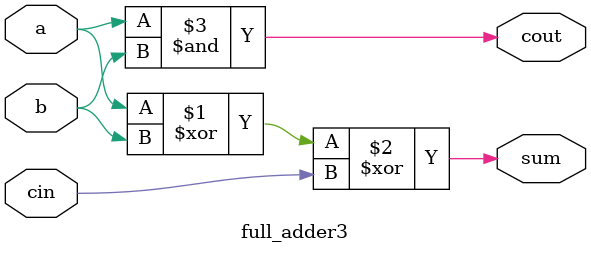
<source format=v>
module full_adder3(a,b,cin,sum,cout);
input a,b,cin;
output sum,cout;
assign sum = a^b^cin;
assign cout = a&b|1'b0; 
// initial begin
//     $display("The incorrect adder with and1 and or1 having out/0 and in2/0");
// end   
endmodule
</source>
